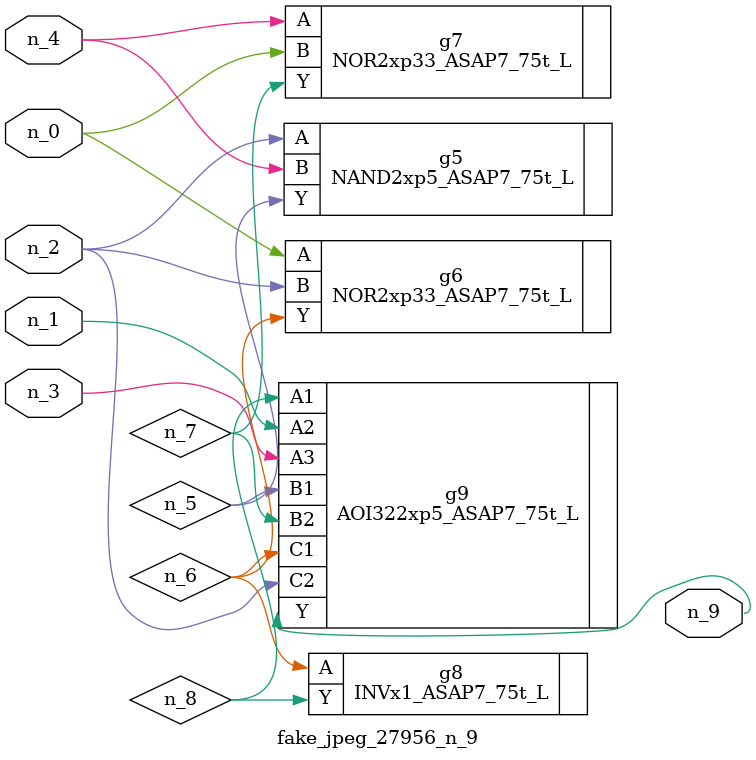
<source format=v>
module fake_jpeg_27956_n_9 (n_3, n_2, n_1, n_0, n_4, n_9);

input n_3;
input n_2;
input n_1;
input n_0;
input n_4;

output n_9;

wire n_8;
wire n_6;
wire n_5;
wire n_7;

NAND2xp5_ASAP7_75t_L g5 ( 
.A(n_2),
.B(n_4),
.Y(n_5)
);

NOR2xp33_ASAP7_75t_L g6 ( 
.A(n_0),
.B(n_2),
.Y(n_6)
);

NOR2xp33_ASAP7_75t_L g7 ( 
.A(n_4),
.B(n_0),
.Y(n_7)
);

INVx1_ASAP7_75t_L g8 ( 
.A(n_6),
.Y(n_8)
);

AOI322xp5_ASAP7_75t_L g9 ( 
.A1(n_8),
.A2(n_1),
.A3(n_3),
.B1(n_5),
.B2(n_7),
.C1(n_6),
.C2(n_2),
.Y(n_9)
);


endmodule
</source>
